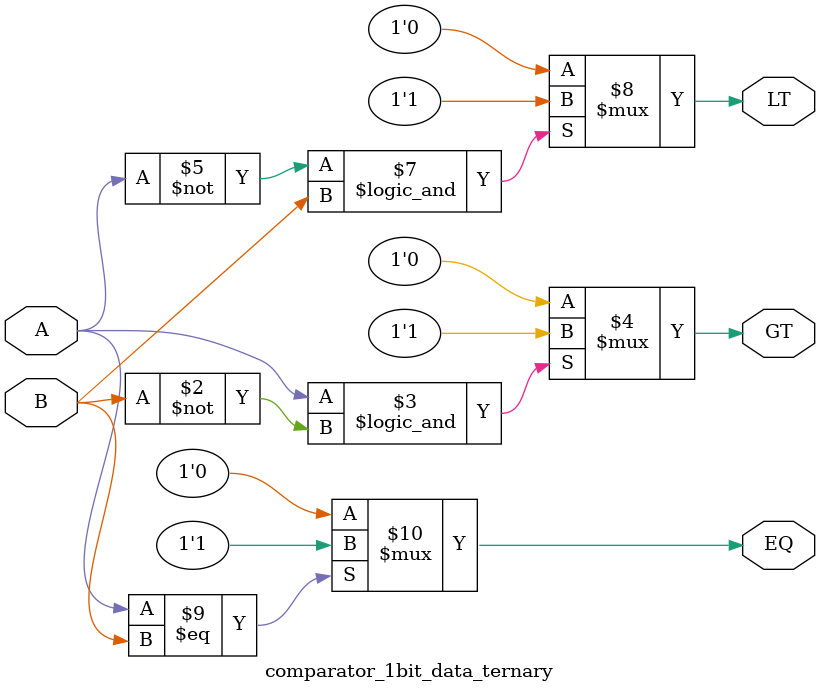
<source format=v>
/********************************************************************************************
Filename    :      comparator_1bit_data_ternary.v
Description :      1-bit Magnitude Comparator RTL
Author Name :      Sajeel Abid Parray
Language    :      Verilog HDL
Project     :      1-bit Magnitude Comparator (Data flow)   
Date        :      01-December-2025
*********************************************************************************************/

module comparator_1bit_data_ternary (

input A,B,
output  GT,EQ,LT  );

assign GT = (A == 1'b1 && B == 1'b0) ? 1'b1 : 1'b0;      // if A is high and B is low, GT is high
assign LT = (A == 1'b0 && B == 1'b1) ? 1'b1 : 1'b0;       // if A is low and B is high, LT is high
assign EQ = (A == B) ? 1'b1 : 1'b0;                  // if A equals B, EQ is high

endmodule
</source>
